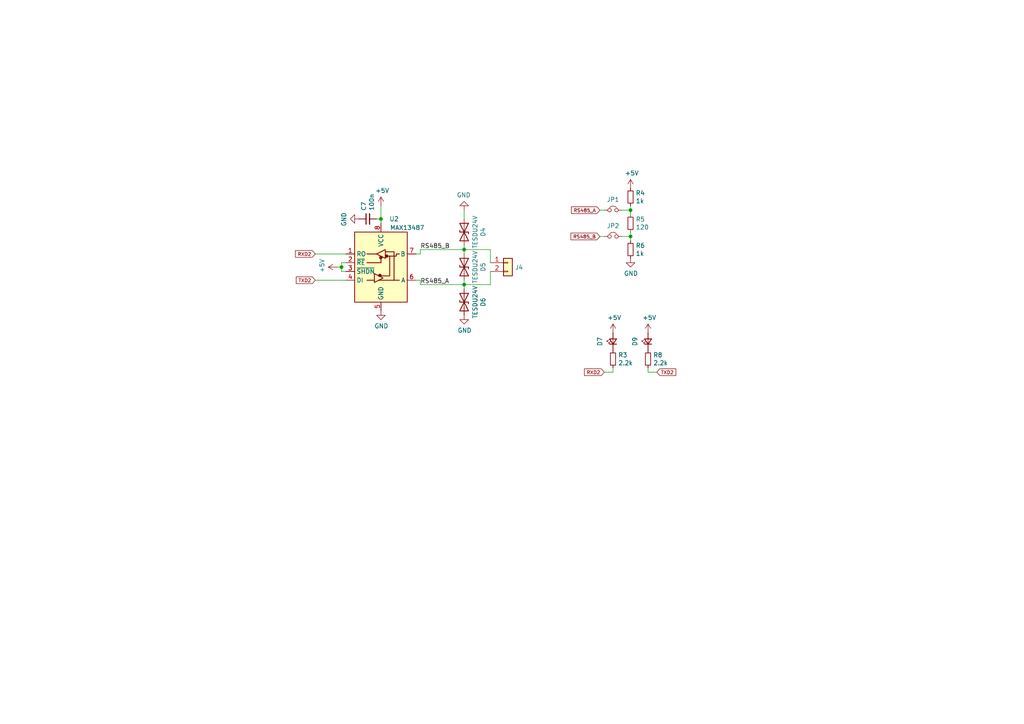
<source format=kicad_sch>
(kicad_sch (version 20250114) (generator "eeschema") (generator_version "9.0")
  (paper "A4")
  (title_block (date "2020-05-17"))
  (lib_symbols
    (symbol "Connector_Generic:Conn_01x02" (pin_names (offset 1.016) (hide yes))
      (property "Reference" "J" (at 0 2.54 0))
      (property "Value" "Conn_01x02" (at 0 -5.08 0))
      (symbol "Conn_01x02_1_1"
        (rectangle (start -1.27 1.27) (end 1.27 -3.81) (stroke (width 0.254)) (fill (type background)))
        (rectangle (start -1.27 0.127) (end 0 -0.127) (stroke (width 0.1524)))
        (rectangle (start -1.27 -2.413) (end 0 -2.667) (stroke (width 0.1524)))
        (pin passive line (at -5.08 0 0) (length 3.81) (name "Pin_1") (number "1"))
        (pin passive line (at -5.08 -2.54 0) (length 3.81) (name "Pin_2") (number "2"))
      )
    )
    (symbol "Device:C_Small" (pin_numbers (hide yes)) (pin_names (offset 0.254) (hide yes))
      (property "Reference" "C" (at 0.254 1.778 0))
      (property "Value" "C_Small" (at 0.254 -2.032 0))
      (symbol "C_Small_0_1"
        (polyline (pts (xy -1.524 0.508) (xy 1.524 0.508)) (stroke (width 0.3048)))
        (polyline (pts (xy -1.524 -0.508) (xy 1.524 -0.508)) (stroke (width 0.3302)))
      )
      (symbol "C_Small_1_1"
        (pin passive line (at 0 2.54 270) (length 2.032) (name "~") (number "1"))
        (pin passive line (at 0 -2.54 90) (length 2.032) (name "~") (number "2"))
      )
    )
    (symbol "Device:D_TVS" (pin_numbers (hide yes)) (pin_names (offset 1.016) (hide yes))
      (property "Reference" "D" (at 0 2.54 0))
      (property "Value" "D_TVS" (at 0 -2.54 0))
      (symbol "D_TVS_0_1"
        (polyline (pts (xy -2.54 1.27) (xy -2.54 -1.27) (xy 2.54 1.27) (xy 2.54 -1.27) (xy -2.54 1.27)) (stroke (width 0.254)))
        (polyline (pts (xy 0.508 1.27) (xy 0 1.27) (xy 0 -1.27) (xy -0.508 -1.27)) (stroke (width 0.254)))
        (polyline (pts (xy 1.27 0) (xy -1.27 0)))
      )
      (symbol "D_TVS_1_1"
        (pin passive line (at -3.81 0 0) (length 2.54) (name "A1") (number "1"))
        (pin passive line (at 3.81 0 180) (length 2.54) (name "A2") (number "2"))
      )
    )
    (symbol "Device:LED_Small" (pin_numbers (hide yes)) (pin_names (offset 0.254) (hide yes))
      (property "Reference" "D" (at -1.27 3.175 0))
      (property "Value" "LED_Small" (at -4.445 -2.54 0))
      (symbol "LED_Small_0_1"
        (polyline (pts (xy -0.762 -1.016) (xy -0.762 1.016)) (stroke (width 0.254)))
        (polyline (pts (xy 0 0.762) (xy -0.508 1.27) (xy -0.254 1.27) (xy -0.508 1.27) (xy -0.508 1.016)))
        (polyline (pts (xy 0.508 1.27) (xy 0 1.778) (xy 0.254 1.778) (xy 0 1.778) (xy 0 1.524)))
        (polyline (pts (xy 0.762 -1.016) (xy -0.762 0) (xy 0.762 1.016) (xy 0.762 -1.016)) (stroke (width 0.254)))
        (polyline (pts (xy 1.016 0) (xy -0.762 0)))
      )
      (symbol "LED_Small_1_1"
        (pin passive line (at -2.54 0 0) (length 1.778) (name "K") (number "1"))
        (pin passive line (at 2.54 0 180) (length 1.778) (name "A") (number "2"))
      )
    )
    (symbol "Device:R_Small" (pin_numbers (hide yes)) (pin_names (offset 0.254) (hide yes))
      (property "Reference" "R" (at 0.762 0.508 0))
      (property "Value" "R_Small" (at 0.762 -1.016 0))
      (symbol "R_Small_0_1"
        (rectangle (start -0.762 1.778) (end 0.762 -1.778) (stroke (width 0.2032)))
      )
      (symbol "R_Small_1_1"
        (pin passive line (at 0 2.54 270) (length 0.762) (name "~") (number "1"))
        (pin passive line (at 0 -2.54 90) (length 0.762) (name "~") (number "2"))
      )
    )
    (symbol "antenna_switch_comms-rescue:Jumper_NC_Small-Device" (pin_numbers (hide yes)) (pin_names (offset 0.762) (hide yes))
      (property "Reference" "JP" (at 0 2.032 0))
      (property "Value" "Jumper_NC_Small-Device" (at 0.254 -1.524 0))
      (symbol "Jumper_NC_Small-Device_0_1"
        (circle (center -1.016 0) (radius 0.508))
        (arc (start -1.016 0.762) (mid 0 1.1828) (end 1.016 0.762))
        (circle (center 1.016 0) (radius 0.508))
        (pin passive line (at -2.54 0 0) (length 1.016) (name "1") (number "1"))
        (pin passive line (at 2.54 0 180) (length 1.016) (name "2") (number "2"))
      )
    )
    (symbol "antenna_switch_comms-rescue:MAX13487-QS_RF"
      (property "Reference" "U" (at -6.096 11.43 0))
      (property "Value" "MAX13487-QS_RF" (at 0.762 11.43 0))
      (symbol "MAX13487-QS_RF_0_1"
        (rectangle (start -7.62 8.89) (end 7.62 -11.43) (stroke (width 0.254)) (fill (type background)))
        (polyline (pts (xy -4.064 2.54) (xy -1.27 2.54)) (stroke (width 0.254)))
        (polyline (pts (xy -4.064 -5.08) (xy -1.905 -5.08)) (stroke (width 0.254)))
        (polyline (pts (xy -1.905 -3.175) (xy -1.905 -5.715) (xy 0.635 -4.445) (xy -1.905 -3.175)) (stroke (width 0.254)))
        (polyline (pts (xy -1.27 2.54) (xy 1.27 3.81) (xy 1.27 1.27) (xy -1.27 2.54)) (stroke (width 0.254)))
        (polyline (pts (xy -0.635 -5.08) (xy 5.334 -5.08)) (stroke (width 0.254)))
        (circle (center -0.3048 -3.683) (radius 0.3556) (stroke (width 0.254)) (fill (type outline)))
        (circle (center -0.0254 1.4986) (radius 0.3556) (stroke (width 0.254)) (fill (type outline)))
        (polyline (pts (xy 0 1.27) (xy 0 0) (xy -4.064 0)) (stroke (width 0.254)))
        (polyline (pts (xy 1.27 3.175) (xy 3.81 3.175) (xy 3.81 -5.08)) (stroke (width 0.254)))
        (rectangle (start 1.27 3.175) (end 1.27 3.175))
        (circle (center 1.651 1.905) (radius 0.3556) (stroke (width 0.254)) (fill (type outline)))
        (polyline (pts (xy 1.905 1.905) (xy 4.445 1.905) (xy 4.445 2.54) (xy 5.334 2.54)) (stroke (width 0.254)))
        (polyline (pts (xy 2.54 1.905) (xy 2.54 -3.81) (xy 0 -3.81)) (stroke (width 0.254)))
      )
      (symbol "MAX13487-QS_RF_1_1"
        (pin output line (at -10.16 2.54 0) (length 2.54) (name "RO") (number "1"))
        (pin input line (at -10.16 0 0) (length 2.54) (name "~{RE}") (number "2"))
        (pin input line (at -10.16 -2.54 0) (length 2.54) (name "~{SHDN}") (number "3"))
        (pin input line (at -10.16 -5.08 0) (length 2.54) (name "DI") (number "4"))
        (pin power_in line (at 0 11.43 270) (length 2.54) (name "VCC") (number "8"))
        (pin power_in line (at 0 -13.97 90) (length 2.54) (name "GND") (number "5"))
        (pin bidirectional line (at 10.16 2.54 180) (length 2.54) (name "B") (number "7"))
        (pin bidirectional line (at 10.16 -5.08 180) (length 2.54) (name "A") (number "6"))
      )
    )
    (symbol "power:+5V" (power) (pin_names (offset 0))
      (property "Value" "+5V" (at 0 3.556 0))
      (symbol "+5V_0_1"
        (polyline (pts (xy -0.762 1.27) (xy 0 2.54)))
        (polyline (pts (xy 0 2.54) (xy 0.762 1.27)))
        (polyline (pts (xy 0 0) (xy 0 2.54)))
      )
      (symbol "+5V_1_1"
        (pin power_in line (at 0 0 90) (length 0) (hide yes) (name "+5V") (number "1"))
      )
    )
    (symbol "power:GND" (power) (pin_names (offset 0))
      (property "Value" "GND" (at 0 -3.81 0))
      (symbol "GND_0_1"
        (polyline (pts (xy 0 0) (xy 0 -1.27) (xy 1.27 -1.27) (xy 0 -2.54) (xy -1.27 -1.27) (xy 0 -1.27)))
      )
      (symbol "GND_1_1"
        (pin power_in line (at 0 0 270) (length 0) (hide yes) (name "GND") (number "1"))
      )
    )
  )
  (junction (at 182.88 68.58))
  (junction (at 134.62 82.55))
  (junction (at 99.06 77.47))
  (junction (at 182.88 60.96))
  (junction (at 110.49 63.5))
  (junction (at 134.62 72.39))
  (wire (pts (xy 182.88 59.69) (xy 182.88 60.96)))
  (wire (pts (xy 121.92 73.66) (xy 121.92 72.39)))
  (wire (pts (xy 121.92 81.28) (xy 121.92 82.55)))
  (wire (pts (xy 110.49 59.69) (xy 110.49 63.5)))
  (wire (pts (xy 121.92 72.39) (xy 134.62 72.39)))
  (wire (pts (xy 97.79 77.47) (xy 99.06 77.47)))
  (wire (pts (xy 91.44 81.28) (xy 100.33 81.28)))
  (wire (pts (xy 180.34 60.96) (xy 182.88 60.96)))
  (wire (pts (xy 182.88 60.96) (xy 182.88 62.23)))
  (wire (pts (xy 99.06 76.2) (xy 99.06 77.47)))
  (wire (pts (xy 175.26 68.58) (xy 173.99 68.58)))
  (wire (pts (xy 100.33 76.2) (xy 99.06 76.2)))
  (wire (pts (xy 142.24 82.55) (xy 134.62 82.55)))
  (wire (pts (xy 109.22 63.5) (xy 110.49 63.5)))
  (wire (pts (xy 182.88 68.58) (xy 182.88 69.85)))
  (wire (pts (xy 187.96 106.68) (xy 187.96 107.95)))
  (wire (pts (xy 120.65 73.66) (xy 121.92 73.66)))
  (wire (pts (xy 142.24 76.2) (xy 142.24 72.39)))
  (wire (pts (xy 100.33 73.66) (xy 91.44 73.66)))
  (wire (pts (xy 182.88 67.31) (xy 182.88 68.58)))
  (wire (pts (xy 175.26 107.95) (xy 177.8 107.95)))
  (wire (pts (xy 134.62 83.82) (xy 134.62 82.55)))
  (wire (pts (xy 134.62 60.96) (xy 134.62 63.5)))
  (wire (pts (xy 134.62 82.55) (xy 134.62 81.28)))
  (wire (pts (xy 142.24 72.39) (xy 134.62 72.39)))
  (wire (pts (xy 175.26 60.96) (xy 173.99 60.96)))
  (wire (pts (xy 121.92 82.55) (xy 134.62 82.55)))
  (wire (pts (xy 120.65 81.28) (xy 121.92 81.28)))
  (wire (pts (xy 99.06 77.47) (xy 99.06 78.74)))
  (wire (pts (xy 134.62 71.12) (xy 134.62 72.39)))
  (wire (pts (xy 180.34 68.58) (xy 182.88 68.58)))
  (wire (pts (xy 142.24 78.74) (xy 142.24 82.55)))
  (wire (pts (xy 110.49 63.5) (xy 110.49 64.77)))
  (wire (pts (xy 99.06 78.74) (xy 100.33 78.74)))
  (wire (pts (xy 187.96 107.95) (xy 190.5 107.95)))
  (wire (pts (xy 177.8 107.95) (xy 177.8 106.68)))
  (wire (pts (xy 134.62 72.39) (xy 134.62 73.66)))
  (label "RS485_B" (at 121.92 72.39 0))
  (label "RS485_A" (at 121.92 82.55 0))
  (global_label "TXD2" (shape input) (at 91.44 81.28 180) (effects (font (size 0.9906 0.9906))) (property "Intersheetrefs" "${INTERSHEET_REFS}" (effects (hide yes))))
  (global_label "RXD2" (shape input) (at 175.26 107.95 180) (effects (font (size 0.9906 0.9906))) (property "Intersheetrefs" "${INTERSHEET_REFS}" (effects (hide yes))))
  (global_label "TXD2" (shape input) (at 190.5 107.95 0) (effects (font (size 0.9906 0.9906))) (property "Intersheetrefs" "${INTERSHEET_REFS}" (effects (hide yes))))
  (global_label "RS485_B" (shape input) (at 173.99 68.58 180) (effects (font (size 0.9906 0.9906))) (property "Intersheetrefs" "${INTERSHEET_REFS}" (effects (hide yes))))
  (global_label "RS485_A" (shape input) (at 173.99 60.96 180) (effects (font (size 0.9906 0.9906))) (property "Intersheetrefs" "${INTERSHEET_REFS}" (effects (hide yes))))
  (global_label "RXD2" (shape input) (at 91.44 73.66 180) (effects (font (size 0.9906 0.9906))) (property "Intersheetrefs" "${INTERSHEET_REFS}" (effects (hide yes))))
  (symbol (lib_id "antenna_switch_comms-rescue:MAX13487-QS_RF") (at 110.49 76.2 0) (unit 1)
    (property "Reference" "U2" (at 114.3 63.5 0))
    (property "Value" "MAX13487" (at 118.11 66.04 0))
    (property "Footprint" "Package_SO:SOIC-8_3.9x4.9mm_P1.27mm" (effects (hide yes)))
    (property "Datasheet" "https://datasheets.maximintegrated.com/en/ds/MAX1487E-MAX491E.pdf" (effects (hide yes)))
  )
  (symbol (lib_id "Device:D_TVS") (at 134.62 67.31 270) (unit 1)
    (property "Reference" "D4" (at 140.1064 67.31 0))
    (property "Value" "TESDU24V" (at 137.795 67.31 0))
    (property "Footprint" "Resistor_SMD:R_0603_1608Metric_Pad1.05x0.95mm_HandSolder" (effects (hide yes)))
  )
  (symbol (lib_id "Device:D_TVS") (at 134.62 87.63 270) (unit 1)
    (property "Reference" "D6" (at 140.1064 87.63 0))
    (property "Value" "TESDU24V" (at 137.795 87.63 0))
    (property "Footprint" "Resistor_SMD:R_0603_1608Metric_Pad1.05x0.95mm_HandSolder" (effects (hide yes)))
  )
  (symbol (lib_id "Connector_Generic:Conn_01x02") (at 147.32 76.2 0) (unit 1)
    (property "Reference" "J4" (at 149.352 77.5716 0) (effects (justify left)))
    (property "Value" "Conn_01x02" (effects (hide yes)))
    (property "Footprint" "TerminalBlock:TerminalBlock_bornier-2_P5.08mm" (effects (hide yes)))
  )
  (symbol (lib_id "power:GND") (at 134.62 91.44 0) (unit 1)
    (property "Reference" "#PWR023" (effects (hide yes)))
    (property "Value" "GND" (at 134.747 95.8342 0))
  )
  (symbol (lib_id "power:GND") (at 134.62 60.96 180) (unit 1)
    (property "Reference" "#PWR022" (effects (hide yes)))
    (property "Value" "GND" (at 134.493 56.5658 0))
  )
  (symbol (lib_id "Device:R_Small") (at 182.88 64.77 0) (unit 1)
    (property "Reference" "R5" (at 184.3786 63.6016 0) (effects (justify left)))
    (property "Value" "120" (at 184.3786 65.913 0) (effects (justify left)))
    (property "Footprint" "Resistor_SMD:R_0805_2012Metric_Pad1.15x1.40mm_HandSolder" (effects (hide yes)))
  )
  (symbol (lib_id "Device:R_Small") (at 182.88 57.15 0) (unit 1)
    (property "Reference" "R4" (at 184.3786 55.9816 0) (effects (justify left)))
    (property "Value" "1k" (at 184.3786 58.293 0) (effects (justify left)))
    (property "Footprint" "Resistor_SMD:R_0805_2012Metric_Pad1.15x1.40mm_HandSolder" (effects (hide yes)))
  )
  (symbol (lib_id "Device:R_Small") (at 182.88 72.39 0) (unit 1)
    (property "Reference" "R6" (at 184.3786 71.2216 0) (effects (justify left)))
    (property "Value" "1k" (at 184.3786 73.533 0) (effects (justify left)))
    (property "Footprint" "Resistor_SMD:R_0805_2012Metric_Pad1.15x1.40mm_HandSolder" (effects (hide yes)))
  )
  (symbol (lib_id "power:+5V") (at 182.88 54.61 0) (unit 1)
    (property "Reference" "#PWR030" (effects (hide yes)))
    (property "Value" "+5V" (at 183.261 50.2158 0))
  )
  (symbol (lib_id "power:GND") (at 182.88 74.93 0) (unit 1)
    (property "Reference" "#PWR031" (effects (hide yes)))
    (property "Value" "GND" (at 183.007 79.3242 0))
  )
  (symbol (lib_id "antenna_switch_comms-rescue:Jumper_NC_Small-Device") (at 177.8 60.96 0) (unit 1)
    (property "Reference" "JP1" (at 177.8 57.8866 0))
    (property "Value" "Jumper_NC_Small" (effects (hide yes)))
    (property "Footprint" "Connector_PinHeader_2.54mm:PinHeader_1x02_P2.54mm_Vertical" (effects (hide yes)))
  )
  (symbol (lib_id "antenna_switch_comms-rescue:Jumper_NC_Small-Device") (at 177.8 68.58 0) (unit 1)
    (property "Reference" "JP2" (at 177.8 65.5066 0))
    (property "Value" "Jumper_NC_Small" (effects (hide yes)))
    (property "Footprint" "Connector_PinHeader_2.54mm:PinHeader_1x02_P2.54mm_Vertical" (effects (hide yes)))
  )
  (symbol (lib_id "power:+5V") (at 110.49 59.69 0) (unit 1)
    (property "Reference" "#PWR018" (effects (hide yes)))
    (property "Value" "+5V" (at 110.871 55.2958 0))
  )
  (symbol (lib_id "Device:C_Small") (at 106.68 63.5 90) (unit 1)
    (property "Reference" "C7" (at 105.5116 61.1632 0) (effects (justify left)))
    (property "Value" "100n" (at 107.823 61.1632 0) (effects (justify left)))
    (property "Footprint" "Capacitor_SMD:C_0805_2012Metric_Pad1.15x1.40mm_HandSolder" (effects (hide yes)))
  )
  (symbol (lib_id "power:GND") (at 104.14 63.5 270) (unit 1)
    (property "Reference" "#PWR016" (effects (hide yes)))
    (property "Value" "GND" (at 99.7458 63.627 0))
  )
  (symbol (lib_id "power:+5V") (at 97.79 77.47 90) (unit 1)
    (property "Reference" "#PWR015" (effects (hide yes)))
    (property "Value" "+5V" (at 93.3958 77.089 0))
  )
  (symbol (lib_id "Device:D_TVS") (at 134.62 77.47 270) (unit 1)
    (property "Reference" "D5" (at 140.1064 77.47 0))
    (property "Value" "TESDU24V" (at 137.795 77.47 0))
    (property "Footprint" "Resistor_SMD:R_0603_1608Metric_Pad1.05x0.95mm_HandSolder" (effects (hide yes)))
  )
  (symbol (lib_id "Device:LED_Small") (at 177.8 99.06 90) (unit 1)
    (property "Reference" "D7" (at 173.99 99.06 0))
    (property "Value" "LED_Small" (effects (hide yes)))
    (property "Footprint" "LED_SMD:LED_0805_2012Metric_Pad1.15x1.40mm_HandSolder" (effects (hide yes)))
  )
  (symbol (lib_id "power:+5V") (at 177.8 96.52 0) (unit 1)
    (property "Reference" "#PWR029" (effects (hide yes)))
    (property "Value" "+5V" (at 178.181 92.1258 0))
  )
  (symbol (lib_id "Device:R_Small") (at 177.8 104.14 0) (unit 1)
    (property "Reference" "R3" (at 179.2986 102.9716 0) (effects (justify left)))
    (property "Value" "2.2k" (at 179.2986 105.283 0) (effects (justify left)))
    (property "Footprint" "Resistor_SMD:R_0805_2012Metric_Pad1.15x1.40mm_HandSolder" (effects (hide yes)))
  )
  (symbol (lib_id "Device:LED_Small") (at 187.96 99.06 90) (unit 1)
    (property "Reference" "D9" (at 184.15 99.06 0))
    (property "Value" "LED_Small" (effects (hide yes)))
    (property "Footprint" "LED_SMD:LED_0805_2012Metric_Pad1.15x1.40mm_HandSolder" (effects (hide yes)))
  )
  (symbol (lib_id "power:+5V") (at 187.96 96.52 0) (unit 1)
    (property "Reference" "#PWR033" (effects (hide yes)))
    (property "Value" "+5V" (at 188.341 92.1258 0))
  )
  (symbol (lib_id "Device:R_Small") (at 187.96 104.14 0) (unit 1)
    (property "Reference" "R8" (at 189.4586 102.9716 0) (effects (justify left)))
    (property "Value" "2.2k" (at 189.4586 105.283 0) (effects (justify left)))
    (property "Footprint" "Resistor_SMD:R_0805_2012Metric_Pad1.15x1.40mm_HandSolder" (effects (hide yes)))
  )
  (symbol (lib_id "power:GND") (at 110.49 90.17 0) (unit 1)
    (property "Reference" "#PWR019" (effects (hide yes)))
    (property "Value" "GND" (at 110.617 94.5642 0))
  )
)
</source>
